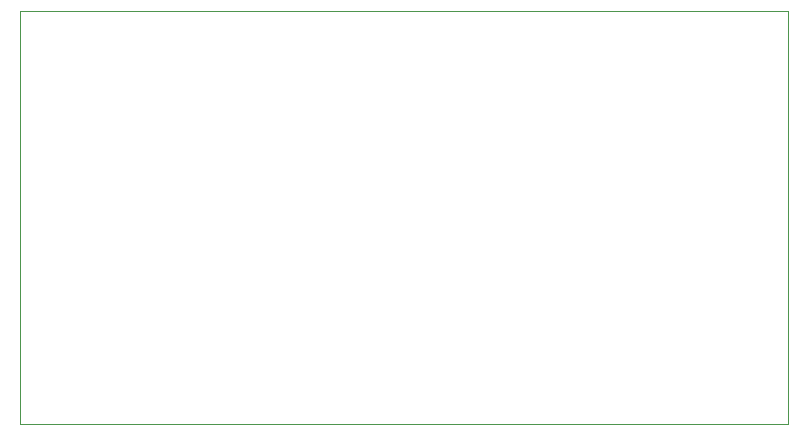
<source format=gm1>
%TF.GenerationSoftware,Altium Limited,Altium Designer,24.1.2 (44)*%
G04 Layer_Color=16711935*
%FSLAX45Y45*%
%MOMM*%
%TF.SameCoordinates,791679A7-7A64-4111-B289-18E462613817*%
%TF.FilePolarity,Positive*%
%TF.FileFunction,Other,Board_Shape*%
%TF.Part,Single*%
G01*
G75*
%TA.AperFunction,NonConductor*%
%ADD40C,0.10000*%
D40*
X0Y0D02*
X6500000D01*
X0Y3500000D02*
X6500000D01*
Y0D02*
Y3500000D01*
X0Y0D02*
Y3500000D01*
%TF.MD5,ba1e5d16f729bfd4353739c518da89d3*%
M02*

</source>
